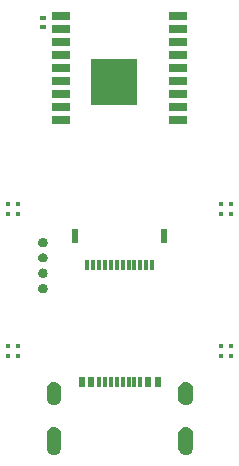
<source format=gbr>
G04*
G04 #@! TF.GenerationSoftware,Altium Limited,Altium Designer,24.1.2 (44)*
G04*
G04 Layer_Color=128*
%FSLAX25Y25*%
%MOIN*%
G70*
G04*
G04 #@! TF.SameCoordinates,EC497B79-CED4-4E58-A43C-F9202C23BEB1*
G04*
G04*
G04 #@! TF.FilePolarity,Positive*
G04*
G01*
G75*
%ADD17R,0.01181X0.03543*%
%ADD23R,0.02362X0.04724*%
%ADD24R,0.01772X0.01772*%
%ADD50R,0.02126X0.01575*%
%ADD51R,0.02362X0.03543*%
%ADD52R,0.01181X0.03543*%
%ADD53R,0.05906X0.03150*%
%ADD54R,0.15748X0.15748*%
G36*
X26050Y79073D02*
X26337Y78955D01*
X26594Y78782D01*
X26814Y78563D01*
X26986Y78305D01*
X27105Y78018D01*
X27165Y77714D01*
Y77559D01*
Y77404D01*
X27105Y77100D01*
X26986Y76813D01*
X26814Y76555D01*
X26594Y76336D01*
X26337Y76164D01*
X26050Y76045D01*
X25746Y75984D01*
X25436D01*
X25131Y76045D01*
X24845Y76164D01*
X24587Y76336D01*
X24367Y76555D01*
X24195Y76813D01*
X24076Y77100D01*
X24016Y77404D01*
Y77559D01*
Y77714D01*
X24076Y78018D01*
X24195Y78305D01*
X24367Y78563D01*
X24587Y78782D01*
X24845Y78955D01*
X25131Y79073D01*
X25436Y79134D01*
X25746D01*
X26050Y79073D01*
D02*
G37*
G36*
Y73955D02*
X26337Y73836D01*
X26594Y73664D01*
X26814Y73445D01*
X26986Y73187D01*
X27105Y72900D01*
X27165Y72596D01*
Y72441D01*
Y72286D01*
X27105Y71982D01*
X26986Y71695D01*
X26814Y71437D01*
X26594Y71218D01*
X26337Y71045D01*
X26050Y70927D01*
X25746Y70866D01*
X25436D01*
X25131Y70927D01*
X24845Y71045D01*
X24587Y71218D01*
X24367Y71437D01*
X24195Y71695D01*
X24076Y71982D01*
X24016Y72286D01*
Y72441D01*
Y72596D01*
X24076Y72900D01*
X24195Y73187D01*
X24367Y73445D01*
X24587Y73664D01*
X24845Y73836D01*
X25131Y73955D01*
X25436Y74016D01*
X25746D01*
X26050Y73955D01*
D02*
G37*
G36*
Y68837D02*
X26337Y68718D01*
X26594Y68546D01*
X26814Y68327D01*
X26986Y68069D01*
X27105Y67782D01*
X27165Y67478D01*
Y67323D01*
Y67168D01*
X27105Y66864D01*
X26986Y66577D01*
X26814Y66319D01*
X26594Y66100D01*
X26337Y65927D01*
X26050Y65809D01*
X25746Y65748D01*
X25436D01*
X25131Y65809D01*
X24845Y65927D01*
X24587Y66100D01*
X24367Y66319D01*
X24195Y66577D01*
X24076Y66864D01*
X24016Y67168D01*
Y67323D01*
Y67478D01*
X24076Y67782D01*
X24195Y68069D01*
X24367Y68327D01*
X24587Y68546D01*
X24845Y68718D01*
X25131Y68837D01*
X25436Y68898D01*
X25746D01*
X26050Y68837D01*
D02*
G37*
G36*
Y63719D02*
X26337Y63600D01*
X26594Y63428D01*
X26814Y63209D01*
X26986Y62951D01*
X27105Y62664D01*
X27165Y62360D01*
Y62205D01*
Y62050D01*
X27105Y61745D01*
X26986Y61459D01*
X26814Y61201D01*
X26594Y60982D01*
X26337Y60809D01*
X26050Y60690D01*
X25746Y60630D01*
X25436D01*
X25131Y60690D01*
X24845Y60809D01*
X24587Y60982D01*
X24367Y61201D01*
X24195Y61459D01*
X24076Y61745D01*
X24016Y62050D01*
Y62205D01*
Y62360D01*
X24076Y62664D01*
X24195Y62951D01*
X24367Y63209D01*
X24587Y63428D01*
X24845Y63600D01*
X25131Y63719D01*
X25436Y63779D01*
X25746D01*
X26050Y63719D01*
D02*
G37*
G36*
X74487Y30762D02*
X75151Y30098D01*
X75511Y29230D01*
Y25610D01*
Y25140D01*
X75151Y24272D01*
X74487Y23608D01*
X73619Y23248D01*
X72679D01*
X71811Y23608D01*
X71146Y24272D01*
X70786Y25140D01*
Y29230D01*
X71146Y30098D01*
X71811Y30762D01*
X72679Y31122D01*
X73619D01*
X74487Y30762D01*
D02*
G37*
G36*
X30550Y30762D02*
X31214Y30097D01*
X31574Y29229D01*
Y25609D01*
Y25139D01*
X31214Y24271D01*
X30550Y23607D01*
X29682Y23247D01*
X28742D01*
X27874Y23607D01*
X27209Y24271D01*
X26849Y25139D01*
Y29229D01*
X27209Y30097D01*
X27874Y30762D01*
X28742Y31122D01*
X29682D01*
X30550Y30762D01*
D02*
G37*
G36*
X74458Y15779D02*
X75121Y15124D01*
X75486Y14265D01*
X75491Y13798D01*
Y9074D01*
X75486Y8608D01*
X75121Y7749D01*
X74458Y7093D01*
X73595Y6738D01*
X72663D01*
X71800Y7093D01*
X71136Y7749D01*
X70772Y8608D01*
X70767Y9074D01*
Y13798D01*
X70772Y14265D01*
X71136Y15124D01*
X71800Y15779D01*
X72663Y16134D01*
X73595D01*
X74458Y15779D01*
D02*
G37*
G36*
X30564Y15789D02*
X31228Y15129D01*
X31591Y14266D01*
X31593Y13798D01*
Y9074D01*
X31591Y8606D01*
X31228Y7743D01*
X30564Y7084D01*
X29699Y6727D01*
X28763D01*
X27898Y7084D01*
X27235Y7743D01*
X26872Y8606D01*
X26869Y9074D01*
Y13798D01*
X26872Y14266D01*
X27235Y15129D01*
X27898Y15789D01*
X28763Y16145D01*
X29699D01*
X30564Y15789D01*
D02*
G37*
D17*
X60039Y70079D02*
D03*
X58071D02*
D03*
X56102D02*
D03*
X42323D02*
D03*
X46260D02*
D03*
X44291D02*
D03*
X48228D02*
D03*
X50197D02*
D03*
X52165D02*
D03*
X54134D02*
D03*
X40354D02*
D03*
X62008D02*
D03*
D23*
X65945Y79528D02*
D03*
X36417Y79527D02*
D03*
D24*
X17421Y86910D02*
D03*
X14075Y86911D02*
D03*
X17421Y90256D02*
D03*
X14075D02*
D03*
X88287Y86910D02*
D03*
X84941D02*
D03*
X88287Y90255D02*
D03*
X84941Y90256D02*
D03*
Y43012D02*
D03*
X88287D02*
D03*
X84941Y39667D02*
D03*
X88287Y39666D02*
D03*
X17421D02*
D03*
X14075D02*
D03*
X17421Y43011D02*
D03*
X14075Y43012D02*
D03*
D50*
X25591Y149213D02*
D03*
Y152362D02*
D03*
D51*
X38544Y30906D02*
D03*
X41693D02*
D03*
X60670D02*
D03*
X63819D02*
D03*
D52*
X58071D02*
D03*
X56103D02*
D03*
X54134D02*
D03*
X52166D02*
D03*
X50197D02*
D03*
X48229D02*
D03*
X46260D02*
D03*
X44292D02*
D03*
D53*
X31693Y148818D02*
D03*
Y144488D02*
D03*
Y140157D02*
D03*
Y135827D02*
D03*
Y131495D02*
D03*
Y127165D02*
D03*
Y122834D02*
D03*
Y118504D02*
D03*
Y153149D02*
D03*
X70669Y148819D02*
D03*
Y144488D02*
D03*
Y118504D02*
D03*
Y122834D02*
D03*
Y127165D02*
D03*
Y131496D02*
D03*
Y135826D02*
D03*
Y140157D02*
D03*
Y153149D02*
D03*
D54*
X49409Y130905D02*
D03*
M02*

</source>
